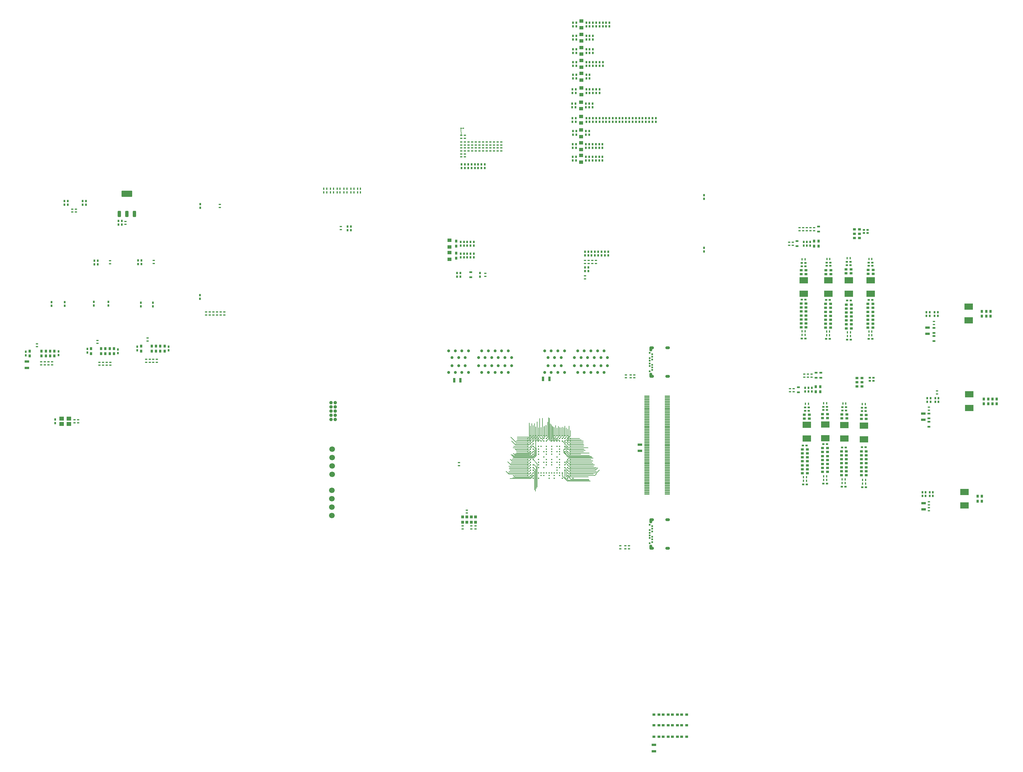
<source format=gbl>
%FSLAX46Y46*%
%MOMM*%
%ADD10C,0.127000*%
%AMPS52*
4,1,4,
0.450000,-0.649996,
-0.450000,-0.649996,
-0.450000,0.000004,
0.450000,0.000004,
0.450000,-0.649996,
0
*
1,1,0.900000,0.000000,0.000004*
1,1,0.900000,0.000000,-0.649996*
4,1,4,
0.500000,0.450004,
0.500000,-0.449996,
0.000000,-0.449996,
0.000000,0.450004,
0.500000,0.450004,
0
*
1,1,0.900000,0.000000,0.000004*
1,1,0.900000,0.500000,0.000004*
%
%ADD52PS52*%
%AMPS34*
4,1,4,
0.450000,-0.649996,
-0.450000,-0.649996,
-0.450000,0.000004,
0.450000,0.000004,
0.450000,-0.649996,
0
*
1,1,0.900000,0.000000,0.000004*
1,1,0.900000,0.000000,-0.649996*
4,1,4,
0.500000,0.450004,
0.500000,-0.449996,
0.000000,-0.449996,
0.000000,0.450004,
0.500000,0.450004,
0
*
1,1,0.900000,0.000000,0.000004*
1,1,0.900000,0.500000,0.000004*
%
%ADD34PS34*%
%AMPS62*
1,1,1.066800,0.000000,0.000000*
%
%ADD62PS62*%
%AMPS60*
1,1,1.066800,0.000000,0.000000*
%
%ADD60PS60*%
%AMPS56*
1,1,1.700000,0.000000,0.000000*
%
%ADD56PS56*%
%AMPS29*
1,1,0.600000,0.000000,0.000000*
%
%ADD29PS29*%
%AMPS33*
1,1,0.600000,0.000000,0.000000*
%
%ADD33PS33*%
%AMPS30*
1,1,0.600000,0.000000,0.000000*
%
%ADD30PS30*%
%AMPS55*
1,1,1.700000,0.000000,0.000000*
%
%ADD55PS55*%
%AMPS61*
1,1,1.066800,0.000000,0.000000*
%
%ADD61PS61*%
%AMPS40*
1,1,0.900000,0.000000,0.000000*
%
%ADD40PS40*%
%AMPS42*
1,1,0.900000,0.000000,0.000000*
%
%ADD42PS42*%
%AMPS44*
1,1,0.900000,0.000000,0.000000*
%
%ADD44PS44*%
%AMPS41*
1,1,0.900000,0.000000,0.000000*
%
%ADD41PS41*%
%AMPS51*
1,1,0.600000,0.000000,0.000000*
%
%ADD51PS51*%
%AMPS57*
1,1,1.700000,0.000000,0.000000*
%
%ADD57PS57*%
%AMPS38*
1,1,0.900000,0.000000,0.000000*
%
%ADD38PS38*%
%AMPS39*
1,1,0.900000,0.000000,0.000000*
%
%ADD39PS39*%
%AMPS64*
1,1,1.066800,0.000000,0.000000*
%
%ADD64PS64*%
%AMPS46*
1,1,0.900000,0.000000,0.000000*
%
%ADD46PS46*%
%AMPS47*
1,1,0.900000,0.000000,0.000000*
%
%ADD47PS47*%
%AMPS35*
1,1,0.600000,0.000000,0.000000*
%
%ADD35PS35*%
%AMPS65*
1,1,0.900000,0.000000,0.000000*
%
%ADD65PS65*%
%AMPS48*
1,1,0.900000,0.000000,0.000000*
%
%ADD48PS48*%
%AMPS43*
1,1,0.900000,0.000000,0.000000*
%
%ADD43PS43*%
%AMPS45*
1,1,0.900000,0.000000,0.000000*
%
%ADD45PS45*%
%AMPS31*
1,1,0.600000,0.000000,0.000000*
%
%ADD31PS31*%
%AMPS63*
1,1,1.066800,0.000000,0.000000*
%
%ADD63PS63*%
%AMPS20*
21,1,0.600000,0.500000,0.000000,0.000000,360.000000*
%
%ADD20PS20*%
%AMPS13*
21,1,0.600000,0.500000,0.000000,0.000000,270.000000*
%
%ADD13PS13*%
%AMPS22*
21,1,0.600000,0.500000,0.000000,0.000000,90.000000*
%
%ADD22PS22*%
%AMPS54*
21,1,1.400000,1.200000,0.000000,0.000000,360.000000*
%
%ADD54PS54*%
%AMPS26*
21,1,0.800000,0.800000,0.000000,0.000000,270.000000*
%
%ADD26PS26*%
%AMPS21*
21,1,1.000000,1.250000,0.000000,0.000000,270.000000*
%
%ADD21PS21*%
%AMPS15*
21,1,0.800000,0.750000,0.000000,0.000000,360.000000*
%
%ADD15PS15*%
%AMPS17*
21,1,0.800000,0.750000,0.000000,0.000000,270.000000*
%
%ADD17PS17*%
%AMPS27*
21,1,0.800000,0.750000,0.000000,0.000000,90.000000*
%
%ADD27PS27*%
%AMPS14*
21,1,0.400000,0.600000,0.000000,0.000000,360.000000*
%
%ADD14PS14*%
%AMPS12*
21,1,0.400000,0.600000,0.000000,0.000000,270.000000*
%
%ADD12PS12*%
%AMPS16*
21,1,0.400000,0.600000,0.000000,0.000000,90.000000*
%
%ADD16PS16*%
%AMPS23*
21,1,1.900000,2.500000,0.000000,0.000000,270.000000*
%
%ADD23PS23*%
%AMPS11*
21,1,0.700000,1.300000,0.000000,0.000000,270.000000*
%
%ADD11PS11*%
%AMPS37*
21,1,0.700000,1.300000,0.000000,0.000000,180.000000*
%
%ADD37PS37*%
%AMPS25*
21,1,0.700000,1.300000,0.000000,0.000000,90.000000*
%
%ADD25PS25*%
%AMPS18*
21,1,0.304800,1.447800,0.000000,0.000000,270.000000*
%
%ADD18PS18*%
%AMPS24*
21,1,0.500000,0.900000,0.000000,0.000000,270.000000*
%
%ADD24PS24*%
%AMPS19*
21,1,0.500000,0.900000,0.000000,0.000000,90.000000*
%
%ADD19PS19*%
%AMPS71*
1,1,0.450000,0.000000,0.000000*
%
%ADD71PS71*%
%AMPS69*
1,1,0.450000,0.000000,0.000000*
%
%ADD69PS69*%
%AMPS67*
1,1,0.450000,0.000000,0.000000*
%
%ADD67PS67*%
%AMPS66*
1,1,0.450000,0.000000,0.000000*
%
%ADD66PS66*%
%AMPS70*
1,1,0.450000,0.000000,0.000000*
%
%ADD70PS70*%
%AMPS68*
1,1,0.450000,0.000000,0.000000*
%
%ADD68PS68*%
%AMPS36*
21,1,0.500000,0.900000,0.000000,0.000000,180.000000*
1,1,0.900000,-0.250000,0.000000*
1,1,0.900000,0.250000,0.000000*
%
%ADD36PS36*%
%AMPS53*
21,1,0.500000,0.900000,0.000000,0.000000,180.000000*
1,1,0.900000,-0.250000,0.000000*
1,1,0.900000,0.250000,0.000000*
%
%ADD53PS53*%
%AMPS49*
21,1,0.500000,0.900000,0.000000,0.000000,180.000000*
1,1,0.900000,-0.250000,0.000000*
1,1,0.900000,0.250000,0.000000*
%
%ADD49PS49*%
%AMPS28*
21,1,0.500000,0.900000,0.000000,0.000000,180.000000*
1,1,0.900000,-0.250000,0.000000*
1,1,0.900000,0.250000,0.000000*
%
%ADD28PS28*%
%AMPS59*
1,1,0.500000,1.375000,0.700000*
1,1,0.500000,-1.375000,-0.700000*
1,1,0.500000,1.375000,-0.700000*
21,1,3.250000,1.400000,0.000000,0.000000,180.000000*
21,1,2.750000,1.900000,0.000000,0.000000,180.000000*
1,1,0.500000,-1.375000,0.700000*
%
%ADD59PS59*%
%AMPS58*
1,1,0.400000,-0.275000,-0.750000*
1,1,0.400000,0.275000,0.750000*
1,1,0.400000,-0.275000,0.750000*
21,1,0.950000,1.500000,0.000000,0.000000,360.000000*
21,1,0.550000,1.900000,0.000000,0.000000,360.000000*
1,1,0.400000,0.275000,-0.750000*
%
%ADD58PS58*%
%AMPS32*
4,1,4,
0.450000,0.000000,
-0.450000,0.000000,
-0.450000,0.650000,
0.450000,0.650000,
0.450000,0.000000,
0
*
1,1,0.900000,0.000000,0.650000*
1,1,0.900000,0.000000,0.000000*
4,1,4,
0.500000,0.450000,
0.500000,-0.450000,
0.000000,-0.450000,
0.000000,0.450000,
0.500000,0.450000,
0
*
1,1,0.900000,0.000000,0.000000*
1,1,0.900000,0.500000,0.000000*
%
%ADD32PS32*%
%AMPS50*
4,1,4,
0.450000,0.000000,
-0.450000,0.000000,
-0.450000,0.650000,
0.450000,0.650000,
0.450000,0.000000,
0
*
1,1,0.900000,0.000000,0.650000*
1,1,0.900000,0.000000,0.000000*
4,1,4,
0.500000,0.450000,
0.500000,-0.450000,
0.000000,-0.450000,
0.000000,0.450000,
0.500000,0.450000,
0
*
1,1,0.900000,0.000000,0.000000*
1,1,0.900000,0.500000,0.000000*
%
%ADD50PS50*%
G01*
G01*
%LPD*%
D10*
X13878469Y-2951531D02*
X21208469Y-2951531D01*
D10*
X2639501Y-8381761D02*
X2177751Y-8843511D01*
D10*
X1890000Y-990000D02*
X1890000Y-1131262D01*
D10*
X2240000Y-4190000D02*
X1839501Y-4590499D01*
D10*
X10240000Y3010000D02*
X10639501Y3409501D01*
D10*
X1440000Y-4990000D02*
X-3719224Y-4990000D01*
D10*
X1839501Y-6190499D02*
X-4234501Y-6190499D01*
D10*
X3358198Y-4990000D02*
X3986489Y-5618291D01*
D10*
X12640000Y1410000D02*
X13039501Y1010499D01*
D10*
X10048239Y2610499D02*
X9839501Y2819237D01*
D10*
X3040000Y-8340486D02*
X2282965Y-9097521D01*
D10*
X13440000Y-3390000D02*
X13878469Y-2951531D01*
D10*
X2848239Y3410499D02*
X2639501Y3619237D01*
D10*
X3715000Y-12965000D02*
X3715000Y-6465000D01*
D10*
X3040000Y-8190000D02*
X3040000Y-8340486D01*
D10*
X-2093725Y1809501D02*
X-3685000Y3400776D01*
D10*
X13040499Y763D02*
X13040499Y-1181761D01*
D10*
X6240000Y3385000D02*
X6265499Y3410499D01*
D10*
X14240000Y-3390000D02*
X20565000Y-3390000D01*
D10*
X13508738Y-9650000D02*
X19999224Y-9650000D01*
D10*
X13440000Y-6590000D02*
X13840000Y-6990000D01*
D10*
X13040499Y-1181761D02*
X14048239Y-2189501D01*
D10*
X10089514Y2210000D02*
X9690013Y2609501D01*
D10*
X13039501Y419237D02*
X13249237Y209501D01*
D10*
X10240000Y3810000D02*
X10240000Y6235000D01*
D10*
X4640000Y3218738D02*
X4239501Y3619237D01*
D10*
X3188178Y-2951530D02*
X-3098470Y-2951530D01*
D10*
X13865000Y3643738D02*
X13865000Y6760000D01*
D10*
X13039501Y-3999237D02*
X13248239Y-3790499D01*
D10*
X3440000Y3201262D02*
X3230763Y3410499D01*
D10*
X3040000Y-190000D02*
X3439501Y-589501D01*
D10*
X1839501Y1327699D02*
X1839501Y1218239D01*
D10*
X1990985Y3409501D02*
X1840499Y3559987D01*
D10*
X14240000Y-1790000D02*
X17465000Y-1790000D01*
D10*
X13839501Y2818239D02*
X13839501Y3259015D01*
D10*
X8981249Y3260013D02*
X8786489Y3454773D01*
D10*
X6240000Y3810000D02*
X6240000Y6610000D01*
D10*
X1440000Y-7390000D02*
X-4360000Y-7390000D01*
D10*
X1839501Y3201761D02*
X1631761Y3409501D01*
D10*
X4239501Y3201761D02*
X4030763Y3410499D01*
D10*
X9440000Y3810000D02*
X9440000Y6385000D01*
D10*
X4640000Y3010000D02*
X4640000Y3218738D01*
D10*
X1440000Y610000D02*
X-2910000Y610000D01*
D10*
X13440000Y-190000D02*
X13648738Y-190000D01*
D10*
X-18800000Y96800000D02*
X-18000000Y96800000D01*
D10*
X3040000Y-4990000D02*
X3358198Y-4990000D01*
D10*
X2240000Y-3390000D02*
X1840499Y-3789501D01*
D10*
X13839501Y-1389501D02*
X20000499Y-1389501D01*
D10*
X2640499Y-2189501D02*
X-2610499Y-2189501D01*
D10*
X3230763Y3410499D02*
X2848239Y3410499D01*
D10*
X6265499Y3410499D02*
X6440499Y3410499D01*
D10*
X1921802Y1410000D02*
X1839501Y1327699D01*
D10*
X13440000Y-4990000D02*
X13839501Y-5389501D01*
D10*
X12640000Y-6590000D02*
X12640000Y-8390000D01*
D10*
X13440000Y3328198D02*
X13549460Y3328198D01*
D10*
X2240000Y-6590000D02*
X1840499Y-6989501D01*
D10*
X1631761Y1010499D02*
X-2244723Y1010499D01*
D10*
X1839501Y-4590499D02*
X-3759501Y-4590499D01*
D10*
X1736975Y-1643511D02*
X-2431489Y-1643511D01*
D10*
X3439501Y-1981761D02*
X2977751Y-2443511D01*
D10*
X2721802Y3010000D02*
X2639501Y3092301D01*
D10*
X9839501Y2819237D02*
X9839501Y6984501D01*
D10*
X3840000Y3810000D02*
X3840000Y6535000D01*
D10*
X3082965Y-2697521D02*
X-2820928Y-2697520D01*
D10*
X1839501Y1218239D02*
X1631761Y1010499D01*
D10*
X1440000Y2210000D02*
X-2135000Y2210000D01*
D10*
X9440000Y3328198D02*
X9330540Y3328198D01*
D10*
X3040000Y3810000D02*
X3040000Y4128198D01*
D10*
X9690013Y2609501D02*
X9190985Y2609501D01*
D10*
X1842189Y-1897521D02*
X-2536703Y-1897521D01*
D10*
X12240499Y-1267921D02*
X13670099Y-2697521D01*
D10*
X2240000Y-7390000D02*
X1840499Y-7789501D01*
D10*
X2240000Y3810000D02*
X2240000Y4128198D01*
D10*
X11040000Y2210000D02*
X10639501Y2610499D01*
D10*
X3986489Y-5618291D02*
X3986489Y-12086489D01*
D10*
X11840000Y3010000D02*
X12240499Y3410499D01*
D10*
X12321802Y-190000D02*
X12240499Y-271303D01*
D10*
X2431761Y3409501D02*
X1990985Y3409501D01*
D10*
X14240000Y-990000D02*
X14558198Y-990000D01*
D10*
X12240499Y-271303D02*
X12240499Y-1267921D01*
D10*
X10639501Y3409501D02*
X10639501Y6685499D01*
D10*
X3440000Y3010000D02*
X3440000Y3201262D01*
D10*
X3439501Y3619237D02*
X3439501Y7585499D01*
D10*
X8831761Y2609501D02*
X8449237Y2609501D01*
D10*
X4239501Y2835499D02*
X4239501Y3201761D01*
D10*
X14489015Y-9389501D02*
X19900499Y-9389501D01*
D10*
X13440000Y2210000D02*
X13648738Y2210000D01*
D10*
X2177751Y-8843511D02*
X-3106489Y-8843511D01*
D10*
X3840000Y2210000D02*
X3840000Y169224D01*
D10*
X4030763Y2610499D02*
X2047241Y2610499D01*
D10*
X11040000Y3810000D02*
X11040000Y6360000D01*
D10*
X2240000Y-4990000D02*
X1840499Y-5389501D01*
D10*
X-2544723Y-8589501D02*
X-3060000Y-8074224D01*
D10*
X13440000Y-4190000D02*
X13839501Y-4589501D01*
D10*
X12640000Y-4990000D02*
X13039501Y-4590499D01*
D10*
X14240000Y-7390000D02*
X22149224Y-7390000D01*
D10*
X2431761Y210499D02*
X-3085499Y210499D01*
D10*
X1839501Y2210499D02*
X1839501Y2401761D01*
D10*
X2639501Y3092301D02*
X2639501Y3160499D01*
D10*
X13840000Y-6990000D02*
X22190000Y-6990000D01*
D10*
X13440000Y-990000D02*
X13839501Y-1389501D01*
D10*
X2639501Y1809501D02*
X-2093725Y1809501D01*
D10*
X2240000Y1410000D02*
X1921802Y1410000D01*
D10*
X13840499Y1009501D02*
X18364501Y1009501D01*
D10*
X5839501Y2610499D02*
X5839501Y9210499D01*
D10*
X4640000Y2210000D02*
X4431262Y2210000D01*
D10*
X13248239Y-3790499D02*
X21080499Y-3790499D01*
D10*
X8449237Y2609501D02*
X8240499Y2818239D01*
D10*
X13630763Y2609501D02*
X13839501Y2818239D01*
D10*
X12640000Y-5790000D02*
X13039501Y-6189501D01*
D10*
X5440000Y3810000D02*
X5440000Y6410000D01*
D10*
X3040000Y4128198D02*
X3040000Y6960000D01*
D10*
X4240499Y-11615499D02*
X4240499Y-4590499D01*
D10*
X3439501Y-6989501D02*
X3040000Y-6590000D01*
D10*
X12640000Y-1308198D02*
X13775313Y-2443511D01*
D10*
X13839501Y-5389501D02*
X21315499Y-5389501D01*
D10*
X3040000Y-1790000D02*
X2640499Y-2189501D01*
D10*
X7040000Y3010000D02*
X7464501Y3434501D01*
D10*
X1440000Y-8190000D02*
X-2585000Y-8190000D01*
D10*
X14240000Y-5790000D02*
X22215000Y-5790000D01*
D10*
X6240000Y2210000D02*
X5839501Y2610499D01*
D10*
X2639501Y-7790499D02*
X2639501Y-8381761D01*
D10*
X3040000Y-990000D02*
X2639501Y-1390499D01*
D10*
X1840499Y-5389501D02*
X-4285499Y-5389501D01*
D10*
X12640000Y401262D02*
X13040499Y763D01*
D10*
X12640000Y-8781262D02*
X13508738Y-9650000D01*
D10*
X1989987Y-1390499D02*
X1736975Y-1643511D01*
D10*
X8640000Y2210000D02*
X8321802Y2210000D01*
D10*
X1440000Y-3390000D02*
X-3410000Y-3390000D01*
D10*
X7040000Y3010000D02*
X7040000Y3085000D01*
D10*
X12239501Y1810499D02*
X18214501Y1810499D01*
D10*
X6240000Y3010000D02*
X6240000Y3385000D01*
D10*
X1840499Y-3789501D02*
X-3369723Y-3789501D01*
D10*
X10240000Y2210000D02*
X10089514Y2210000D01*
D10*
X11040000Y3010000D02*
X11439501Y3409501D01*
D10*
X8786489Y3454773D02*
X8786489Y6806489D01*
D10*
X1440000Y-6590000D02*
X-3985000Y-6590000D01*
D10*
X1440000Y-5790000D02*
X-4185000Y-5790000D01*
D10*
X2977751Y-2443511D02*
X-2715713Y-2443511D01*
D10*
X1949710Y-1790000D02*
X1842189Y-1897521D01*
D10*
X1440000Y1410000D02*
X-2285000Y1410000D01*
D10*
X-3369723Y-3789501D02*
X-3910000Y-3249224D01*
D10*
X7732479Y2902479D02*
X7732479Y9377479D01*
D10*
X2240000Y2210000D02*
X2031262Y2210000D01*
D10*
X-2715713Y-2443511D02*
X-3235000Y-1924224D01*
D10*
X3040000Y3010000D02*
X2721802Y3010000D01*
D10*
X2240000Y4128198D02*
X2240000Y6760000D01*
D10*
X22149224Y-7390000D02*
X23090000Y-6449224D01*
D10*
X14240000Y3010000D02*
X17090000Y3010000D01*
D10*
X14240000Y-4990000D02*
X21590000Y-4990000D01*
D10*
X2240000Y-1790000D02*
X1949710Y-1790000D01*
D10*
X2240000Y-990000D02*
X1890000Y-990000D01*
D10*
X9330540Y3328198D02*
X9040499Y3618239D01*
D10*
X3648239Y3410499D02*
X3439501Y3619237D01*
D10*
X7040000Y2210000D02*
X7732479Y2902479D01*
D10*
X2639501Y418239D02*
X2431761Y210499D01*
D10*
X3947520Y-2192190D02*
X3188178Y-2951530D01*
D10*
X8532479Y3267521D02*
X8532479Y7202479D01*
D10*
X4239501Y3619237D02*
X4239501Y8035499D01*
D10*
X6639501Y3609501D02*
X6639501Y6835499D01*
D10*
X-2244723Y1010499D02*
X-3460000Y2225776D01*
D10*
X2639501Y3201761D02*
X2431761Y3409501D01*
D10*
X13039501Y3409501D02*
X13039501Y6209501D01*
D10*
X13670099Y-2697521D02*
X20872479Y-2697521D01*
D10*
X13648738Y2210000D02*
X14048738Y2610000D01*
D10*
X13440000Y-8190000D02*
X13648738Y-8190000D01*
D10*
X12640000Y3010000D02*
X13039501Y3409501D01*
D10*
X14240000Y610000D02*
X18290000Y610000D01*
D10*
X4240499Y-4590499D02*
X3040000Y-3390000D01*
D10*
X1440000Y-4190000D02*
X-3535000Y-4190000D01*
D10*
X13839501Y-6189501D02*
X21914501Y-6189501D01*
D10*
X12640000Y3810000D02*
X12640000Y6760000D01*
D10*
X14048239Y-2189501D02*
X20100499Y-2189501D01*
D10*
X13549460Y3328198D02*
X13865000Y3643738D01*
D10*
X7464501Y3434501D02*
X7464501Y8010499D01*
D10*
X13249237Y209501D02*
X19649501Y209501D01*
D10*
X2240000Y-5790000D02*
X1839501Y-6190499D01*
D10*
X8015000Y2516802D02*
X7986489Y2545313D01*
D10*
X2639501Y3619237D02*
X2639501Y7534501D01*
D10*
X12640000Y610000D02*
X12640000Y401262D01*
D10*
X1440000Y-190000D02*
X-2085000Y-190000D01*
D10*
X13039501Y-6189501D02*
X13039501Y-8380763D01*
D10*
X1840499Y-6989501D02*
X-4285499Y-6989501D01*
D10*
X2639501Y3160499D02*
X2639501Y3201761D01*
D10*
X13403524Y-9904010D02*
X20325990Y-9904010D01*
D10*
X13648738Y-190000D02*
X14048239Y-589501D01*
D10*
X8640000Y3160000D02*
X8532479Y3267521D01*
D10*
X5039501Y2610499D02*
X4448239Y2610499D01*
D10*
X9040499Y3618239D02*
X9040499Y6560499D01*
D10*
X8240499Y2818239D02*
X8240499Y7460499D01*
D10*
X8640000Y3010000D02*
X8640000Y3160000D01*
D10*
X14558198Y-990000D02*
X18290000Y-990000D01*
D10*
X3439501Y-12465499D02*
X3439501Y-6989501D01*
D10*
X5440000Y2210000D02*
X5039501Y2610499D01*
D10*
X14240000Y-190000D02*
X14558198Y-190000D01*
D10*
X2240000Y-8190000D02*
X1840499Y-8589501D01*
D10*
X1890000Y-1131262D02*
X1631761Y-1389501D01*
D10*
X1840499Y3559987D02*
X1840499Y7760499D01*
D10*
X1440000Y3010000D02*
X-1760000Y3010000D01*
D10*
X13039501Y-4590499D02*
X13039501Y-3999237D01*
D10*
X13039501Y1010499D02*
X13039501Y419237D01*
D10*
X-3719224Y-4990000D02*
X-4669224Y-4040000D01*
D10*
X3693511Y-43511D02*
X3693511Y-2086975D01*
D10*
X1840499Y-8589501D02*
X-2544723Y-8589501D01*
D10*
X13839501Y-7789501D02*
X21265499Y-7789501D01*
D10*
X1840499Y-7789501D02*
X-4319723Y-7789501D01*
D10*
X-4319723Y-7789501D02*
X-5185000Y-6924224D01*
D10*
X3947521Y61703D02*
X3947520Y-2192190D01*
D10*
X3693511Y-2086975D02*
X3082965Y-2697521D01*
D10*
X1631761Y-1389501D02*
X-2010499Y-1389501D01*
D10*
X14240000Y-6590000D02*
X21873226Y-6590000D01*
D10*
X9039501Y3260013D02*
X8981249Y3260013D01*
D10*
X7040000Y6794224D02*
X6893511Y6940713D01*
D10*
X-2820928Y-2697520D02*
X-3660000Y-1858448D01*
D10*
X11439501Y3409501D02*
X11439501Y6259501D01*
D10*
X14240000Y-4190000D02*
X20840000Y-4190000D01*
D10*
X-18700000Y94650000D02*
X-18800000Y96800000D01*
D10*
X14340000Y3759514D02*
X14340000Y5485000D01*
D10*
X4030763Y3410499D02*
X3648239Y3410499D01*
D10*
X13839501Y3259015D02*
X14340000Y3759514D01*
D10*
X9039501Y2760985D02*
X9039501Y3260013D01*
D10*
X9231262Y2210000D02*
X8831761Y2609501D01*
D10*
X11840000Y-7390000D02*
X11840000Y-8308448D01*
D10*
X11840000Y2210000D02*
X12239501Y1810499D01*
D10*
X12640000Y-990000D02*
X12640000Y-1308198D01*
D10*
X1631761Y2609501D02*
X-1735499Y2609501D01*
D10*
X-2536703Y-1897521D02*
X-2960000Y-1474224D01*
D10*
X12640000Y2210000D02*
X13039501Y2609501D01*
D10*
X12240499Y3410499D02*
X12240499Y6309501D01*
D10*
X13039501Y2609501D02*
X13630763Y2609501D01*
D10*
X12640000Y-190000D02*
X12321802Y-190000D01*
D10*
X1631761Y3409501D02*
X-1760499Y3409501D01*
D10*
X3040000Y-7390000D02*
X2639501Y-7790499D01*
D10*
X14431262Y2610000D02*
X17590000Y2610000D01*
D10*
X3439501Y-589501D02*
X3439501Y-1981761D01*
D10*
X2031262Y2210000D02*
X1840000Y2210000D01*
D10*
X14048239Y-589501D02*
X18815499Y-589501D01*
D10*
X13249237Y-8590499D02*
X13690013Y-8590499D01*
D10*
X13690013Y-8590499D02*
X14489015Y-9389501D01*
D10*
X13648738Y-8190000D02*
X14049237Y-8590499D01*
D10*
X9440000Y2210000D02*
X9231262Y2210000D01*
D10*
X2639501Y1009501D02*
X2639501Y418239D01*
D10*
X10639501Y2610499D02*
X10048239Y2610499D01*
D10*
X1440000Y-990000D02*
X-2035000Y-990000D01*
D10*
X4448239Y2626761D02*
X4239501Y2835499D01*
D10*
X12640000Y-8390000D02*
X12640000Y-8781262D01*
D10*
X14048738Y2610000D02*
X14431262Y2610000D01*
D10*
X14049237Y-8590499D02*
X19749501Y-8590499D01*
D10*
X1840499Y-589501D02*
X-2044723Y-589501D01*
D10*
X13839501Y-4589501D02*
X21190499Y-4589501D01*
D10*
X7986489Y2545313D02*
X7986489Y9131489D01*
D10*
X-2044723Y-589501D02*
X-2485000Y-149224D01*
D10*
X3840000Y169224D02*
X3947521Y61703D01*
D10*
X6440499Y3410499D02*
X6639501Y3609501D01*
D10*
X13440000Y3810000D02*
X13440000Y5835000D01*
D10*
X13440000Y-7390000D02*
X13839501Y-7789501D01*
D10*
X13440000Y3010000D02*
X13440000Y3328198D01*
D10*
X3040000Y610000D02*
X3693511Y-43511D01*
D10*
X3040000Y2210000D02*
X2639501Y1809501D01*
D10*
X21873226Y-6590000D02*
X22640000Y-5823226D01*
D10*
X5440000Y3010000D02*
X5039501Y3410499D01*
D10*
X4448239Y2610499D02*
X4448239Y2626761D01*
D10*
X1839501Y2818239D02*
X1839501Y3201761D01*
D10*
X14558198Y-190000D02*
X18415000Y-190000D01*
D10*
X13039501Y-8380763D02*
X13249237Y-8590499D01*
D10*
X11840000Y3810000D02*
X11840000Y6460000D01*
D10*
X1840000Y2210000D02*
X1839501Y2210499D01*
D10*
X4431262Y2210000D02*
X4030763Y2610499D01*
D10*
X3715000Y-6465000D02*
X3040000Y-5790000D01*
D10*
X14240000Y2210000D02*
X18240000Y2210000D01*
D10*
X9190985Y2609501D02*
X9039501Y2760985D01*
D10*
X14240000Y1410000D02*
X18215000Y1410000D01*
D10*
X2047241Y2610499D02*
X1839501Y2818239D01*
D10*
X2639501Y-1390499D02*
X1989987Y-1390499D01*
D10*
X2282965Y-9097521D02*
X-3977479Y-9097521D01*
D10*
X3040000Y1410000D02*
X2639501Y1009501D01*
D10*
X13775313Y-2443511D02*
X20696489Y-2443511D01*
D10*
X8321802Y2210000D02*
X8015000Y2516802D01*
D10*
X11840000Y-8308448D02*
X11840000Y-8340486D01*
D10*
X9440000Y3010000D02*
X9440000Y3328198D01*
D10*
X1839501Y2401761D02*
X1631761Y2609501D01*
D10*
X21708448Y-8190000D02*
X22283448Y-7615000D01*
D10*
X2240000Y-190000D02*
X1840499Y-589501D01*
D10*
X4640000Y3810000D02*
X4640000Y6335000D01*
D10*
X5039501Y3410499D02*
X5039501Y9060499D01*
D10*
X13440000Y-5790000D02*
X13839501Y-6189501D01*
D10*
X3840000Y3010000D02*
X3440000Y3010000D01*
D10*
X7040000Y3810000D02*
X7040000Y6794224D01*
D10*
X11840000Y-8340486D02*
X13403524Y-9904010D01*
D10*
X13440000Y1410000D02*
X13840499Y1009501D01*
D10*
X14240000Y-8190000D02*
X21708448Y-8190000D01*
G75*
D11*
X-150000000Y24350000D03*
D11*
X-150000000Y26250000D03*
D12*
X86100000Y21550000D03*
D12*
X86100000Y22450000D03*
D12*
X-9900000Y89950000D03*
D12*
X-9900000Y90850000D03*
D13*
X16100000Y124750000D03*
D13*
X16100000Y123650000D03*
D14*
X-59350000Y77400000D03*
D14*
X-60250000Y77400000D03*
D15*
X102250000Y-2100000D03*
D15*
X103750000Y-2100000D03*
D13*
X22000000Y88150000D03*
D13*
X22000000Y87050000D03*
D13*
X85300000Y18350000D03*
D13*
X85300000Y17250000D03*
D13*
X20000000Y104250000D03*
D13*
X20000000Y103150000D03*
D16*
X-95800000Y41250000D03*
D16*
X-95800000Y40350000D03*
D13*
X19000000Y88150000D03*
D13*
X19000000Y87050000D03*
D14*
X97350000Y-9400000D03*
D14*
X96450000Y-9400000D03*
D17*
X88000000Y62650000D03*
D17*
X88000000Y61150000D03*
D13*
X15000000Y88150000D03*
D13*
X15000000Y87050000D03*
D17*
X-111000000Y30950000D03*
D17*
X-111000000Y29450000D03*
D13*
X86300000Y18350000D03*
D13*
X86300000Y17250000D03*
D12*
X85000000Y21550000D03*
D12*
X85000000Y22450000D03*
D18*
X37413900Y15260800D03*
D18*
X37413900Y-6255500D03*
D18*
X43586100Y-7756700D03*
D18*
X37413900Y-11259300D03*
D18*
X43586100Y7254800D03*
D18*
X43586100Y-1251700D03*
D18*
X43586100Y10757400D03*
D18*
X37413900Y-250900D03*
D18*
X43586100Y13259300D03*
D18*
X43586100Y-6755900D03*
D18*
X37413900Y12759000D03*
D18*
X43586100Y-9758200D03*
D18*
X37413900Y-4754300D03*
D18*
X37413900Y-6755900D03*
D18*
X37413900Y-3753600D03*
D18*
X43586100Y4252500D03*
D18*
X43586100Y-5755100D03*
D18*
X43586100Y13759700D03*
D18*
X37413900Y13259300D03*
D18*
X43586100Y-10758900D03*
D18*
X37413900Y11758200D03*
D18*
X43586100Y-5254700D03*
D18*
X43586100Y5253300D03*
D18*
X37413900Y-4253900D03*
D18*
X37413900Y-2752800D03*
D18*
X43586100Y-4253900D03*
D18*
X37413900Y-8257000D03*
D18*
X43586100Y4752900D03*
D18*
X37413900Y14260100D03*
D18*
X43586100Y-3253200D03*
D18*
X43586100Y12258600D03*
D18*
X37413900Y249400D03*
D18*
X37413900Y-751300D03*
D18*
X43586100Y7755200D03*
D18*
X43586100Y10257000D03*
D18*
X43586100Y-7256299D03*
D18*
X37413900Y8755900D03*
D18*
X37413900Y5253300D03*
D18*
X43586100Y9256299D03*
D18*
X43586100Y-2752800D03*
D18*
X37413900Y3752200D03*
D18*
X43586100Y-10258500D03*
D18*
X37413900Y-12760400D03*
D18*
X43586100Y-13260800D03*
D18*
X43586100Y5753700D03*
D18*
X37413900Y8255500D03*
D18*
X43586100Y-3753600D03*
D18*
X37413900Y749801D03*
D18*
X43586100Y-1752100D03*
D18*
X37413900Y-7756700D03*
D18*
X43586100Y-751300D03*
D18*
X37413900Y5753700D03*
D18*
X37413900Y1250199D03*
D18*
X37413900Y2751400D03*
D18*
X37413900Y-10758900D03*
D18*
X43586100Y2751400D03*
D18*
X43586100Y11758200D03*
D18*
X43586100Y-4754300D03*
D18*
X43586100Y-12760400D03*
D18*
X43586100Y-2252400D03*
D18*
X37413900Y9756700D03*
D18*
X37413900Y-7256299D03*
D18*
X43586100Y749801D03*
D18*
X37413900Y-2252400D03*
D18*
X37413900Y4752900D03*
D18*
X43586100Y15761200D03*
D18*
X37413900Y-5755100D03*
D18*
X37413900Y9256299D03*
D18*
X37413900Y6254000D03*
D18*
X37413900Y7755200D03*
D18*
X43586100Y9756700D03*
D18*
X43586100Y6754400D03*
D18*
X43586100Y1750600D03*
D18*
X43586100Y8755900D03*
D18*
X43586100Y3752200D03*
D18*
X37413900Y-9257800D03*
D18*
X37413900Y4252500D03*
D18*
X43586100Y1250199D03*
D18*
X37413900Y-12260000D03*
D18*
X37413900Y14760500D03*
D18*
X37413900Y-5254700D03*
D18*
X37413900Y15761200D03*
D18*
X43586100Y-11259300D03*
D18*
X43586100Y-8757400D03*
D18*
X37413900Y10257000D03*
D18*
X37413900Y13759700D03*
D18*
X37413900Y7254800D03*
D18*
X37413900Y12258600D03*
D18*
X37413900Y3251800D03*
D18*
X37413900Y-13260800D03*
D18*
X37413900Y-8757400D03*
D18*
X37413900Y6754400D03*
D18*
X37413900Y1750600D03*
D18*
X37413900Y-9758200D03*
D18*
X43586100Y-12260000D03*
D18*
X43586100Y249400D03*
D18*
X43586100Y3251800D03*
D18*
X37413900Y-1251700D03*
D18*
X43586100Y15260800D03*
D18*
X43586100Y-8257000D03*
D18*
X37413900Y10757400D03*
D18*
X43586100Y12759000D03*
D18*
X37413900Y-11759700D03*
D18*
X43586100Y-6255500D03*
D18*
X37413900Y2251000D03*
D18*
X43586100Y14260100D03*
D18*
X37413900Y11257800D03*
D18*
X43586100Y-13761200D03*
D18*
X43586100Y2251000D03*
D18*
X43586100Y11257800D03*
D18*
X43586100Y8255500D03*
D18*
X43586100Y-250900D03*
D18*
X37413900Y-1752100D03*
D18*
X37413900Y-3253200D03*
D18*
X43586100Y6254000D03*
D18*
X43586100Y14760500D03*
D18*
X43586100Y-11759700D03*
D18*
X37413900Y-10258500D03*
D18*
X37413900Y-13761200D03*
D18*
X43586100Y-9257800D03*
D12*
X19799996Y55949994D03*
D12*
X19799996Y56849994D03*
D13*
X16100000Y120650000D03*
D13*
X16100000Y119550000D03*
D13*
X24100000Y128750000D03*
D13*
X24100000Y127650000D03*
D13*
X24700000Y59450000D03*
D13*
X24700000Y58350000D03*
D12*
X80400000Y61450000D03*
D12*
X80400000Y62350000D03*
D13*
X16100000Y116750000D03*
D13*
X16100000Y115650000D03*
D13*
X19100000Y128750000D03*
D13*
X19100000Y127650000D03*
D13*
X20100000Y120650000D03*
D13*
X20100000Y119550000D03*
D12*
X-110700000Y26050000D03*
D12*
X-110700000Y26950000D03*
D19*
X82800000Y62650000D03*
D19*
X82800000Y61150000D03*
D17*
X140600000Y14950000D03*
D17*
X140600000Y13450000D03*
D12*
X31100000Y21350000D03*
D12*
X31100000Y22250000D03*
D12*
X30900000Y-30350000D03*
D12*
X30900000Y-29450000D03*
D14*
X91750000Y13700000D03*
D14*
X90850000Y13700000D03*
D13*
X18700000Y59450000D03*
D13*
X18700000Y58350000D03*
D13*
X24100000Y99850000D03*
D13*
X24100000Y98750000D03*
D12*
X-112900000Y26050000D03*
D12*
X-112900000Y26950000D03*
D15*
X91450000Y43700000D03*
D15*
X92950000Y43700000D03*
D20*
X91650000Y44900000D03*
D20*
X92750000Y44900000D03*
D13*
X14900000Y99850000D03*
D13*
X14900000Y98750000D03*
D12*
X-111700000Y55950000D03*
D12*
X-111700000Y56850000D03*
D13*
X29100000Y99850000D03*
D13*
X29100000Y98750000D03*
D14*
X103550000Y-9500000D03*
D14*
X102650000Y-9500000D03*
D21*
X-22300008Y57200056D03*
D21*
X-22300008Y59200056D03*
D12*
X-124900000Y55850000D03*
D12*
X-124900000Y56750000D03*
D17*
X-123700000Y30150000D03*
D17*
X-123700000Y28650000D03*
D15*
X84450000Y-300000D03*
D15*
X85950000Y-300000D03*
D13*
X15100000Y112950000D03*
D13*
X15100000Y111850000D03*
D13*
X15900000Y99850000D03*
D13*
X15900000Y98750000D03*
D12*
X84700000Y65850000D03*
D12*
X84700000Y66750000D03*
D22*
X-138700000Y73650000D03*
D22*
X-138700000Y74750000D03*
D17*
X140000000Y41450000D03*
D17*
X140000000Y39950000D03*
D12*
X29400000Y-30350000D03*
D12*
X29400000Y-29450000D03*
D20*
X96450000Y300000D03*
D20*
X97550000Y300000D03*
D13*
X37100000Y99850000D03*
D13*
X37100000Y98750000D03*
D14*
X-57350000Y78500000D03*
D14*
X-58250000Y78500000D03*
D13*
X-17900000Y58850000D03*
D13*
X-17900000Y57750000D03*
D20*
X104450000Y56200000D03*
D20*
X105550000Y56200000D03*
D23*
X98500000Y50850000D03*
D23*
X98500000Y46750000D03*
D12*
X-12100000Y91750000D03*
D12*
X-12100000Y92650000D03*
D15*
X96250000Y-2100000D03*
D15*
X97750000Y-2100000D03*
D11*
X121000000Y8650000D03*
D11*
X121000000Y10550000D03*
D13*
X24000000Y91950000D03*
D13*
X24000000Y90850000D03*
D22*
X15800000Y103150000D03*
D22*
X15800000Y104250000D03*
D24*
X83200000Y16950000D03*
D24*
X83200000Y18450000D03*
D15*
X84050000Y53900000D03*
D15*
X85550000Y53900000D03*
D17*
X138700000Y41450000D03*
D17*
X138700000Y39950000D03*
D22*
X-115600000Y42950000D03*
D22*
X-115600000Y44050000D03*
D12*
X-143500000Y25250000D03*
D12*
X-143500000Y26150000D03*
D20*
X97950000Y44700000D03*
D20*
X99050000Y44700000D03*
D13*
X-122500000Y29950000D03*
D13*
X-122500000Y28850000D03*
D21*
X17599992Y127200056D03*
D21*
X17599992Y129200056D03*
D15*
X84050000Y39000000D03*
D15*
X85550000Y39000000D03*
D13*
X25100000Y128750000D03*
D13*
X25100000Y127650000D03*
D15*
X84050000Y41400000D03*
D15*
X85550000Y41400000D03*
D13*
X21100000Y128750000D03*
D13*
X21100000Y127650000D03*
D12*
X-145700000Y25250000D03*
D12*
X-145700000Y26150000D03*
D13*
X20700000Y59450000D03*
D13*
X20700000Y58350000D03*
D14*
X85250000Y34300000D03*
D14*
X84350000Y34300000D03*
D13*
X-16900000Y62450000D03*
D13*
X-16900000Y61350000D03*
D15*
X45150000Y-83700000D03*
D15*
X46650000Y-83700000D03*
D13*
X18700000Y54750000D03*
D13*
X18700000Y53650000D03*
D20*
X84250000Y33200000D03*
D20*
X85350000Y33200000D03*
D15*
X96250000Y-6900000D03*
D15*
X97750000Y-6900000D03*
D12*
X-16500000Y89950000D03*
D12*
X-16500000Y90850000D03*
D14*
X98950000Y34000000D03*
D14*
X98050000Y34000000D03*
D14*
X-53250000Y78500000D03*
D14*
X-54150000Y78500000D03*
D17*
X138700000Y-14450000D03*
D17*
X138700000Y-15950000D03*
D13*
X-141500000Y8750000D03*
D13*
X-141500000Y7650000D03*
D13*
X-18900000Y62450000D03*
D13*
X-18900000Y61350000D03*
D15*
X90550000Y-2300000D03*
D15*
X92050000Y-2300000D03*
D15*
X84050000Y42600000D03*
D15*
X85550000Y42600000D03*
D13*
X19000000Y104250000D03*
D13*
X19000000Y103150000D03*
D13*
X14900000Y108550000D03*
D13*
X14900000Y107450000D03*
D25*
X122300000Y36550000D03*
D25*
X122300000Y34650000D03*
D12*
X-19350000Y-5225000D03*
D12*
X-19350000Y-4325000D03*
D17*
X-109700000Y30950000D03*
D17*
X-109700000Y29450000D03*
D20*
X96550000Y11500000D03*
D20*
X97650000Y11500000D03*
D13*
X-52100000Y67050000D03*
D13*
X-52100000Y65950000D03*
D15*
X96250000Y-4500000D03*
D15*
X97750000Y-4500000D03*
D13*
X20100000Y112950000D03*
D13*
X20100000Y111850000D03*
D15*
X84450000Y-5100000D03*
D15*
X85950000Y-5100000D03*
D13*
X-129800000Y44350000D03*
D13*
X-129800000Y43250000D03*
D15*
X97750000Y41100000D03*
D15*
X99250000Y41100000D03*
D12*
X-8800000Y89950000D03*
D12*
X-8800000Y90850000D03*
D13*
X-116700000Y30750000D03*
D13*
X-116700000Y29650000D03*
D13*
X-115400000Y56850000D03*
D13*
X-115400000Y55750000D03*
D12*
X-128700000Y31750000D03*
D12*
X-128700000Y32650000D03*
D15*
X97750000Y37500000D03*
D15*
X99250000Y37500000D03*
D15*
X84050000Y37800000D03*
D15*
X85550000Y37800000D03*
D20*
X102450000Y12300000D03*
D20*
X103550000Y12300000D03*
D12*
X-144600000Y25250000D03*
D12*
X-144600000Y26150000D03*
D13*
X23700000Y59450000D03*
D13*
X23700000Y58350000D03*
D12*
X-15400000Y91750000D03*
D12*
X-15400000Y92650000D03*
D23*
X105100000Y50850000D03*
D23*
X105100000Y46750000D03*
D13*
X16100000Y112950000D03*
D13*
X16100000Y111850000D03*
D15*
X102250000Y-5700000D03*
D15*
X103750000Y-5700000D03*
D13*
X-18900000Y58850000D03*
D13*
X-18900000Y57750000D03*
D17*
X89300000Y62650000D03*
D17*
X89300000Y61150000D03*
D12*
X-8800000Y91750000D03*
D12*
X-8800000Y92650000D03*
D12*
X-90300000Y40350000D03*
D12*
X-90300000Y41250000D03*
D12*
X-9900000Y91750000D03*
D12*
X-9900000Y92650000D03*
D15*
X39550000Y-80500000D03*
D15*
X41050000Y-80500000D03*
D12*
X-17600000Y91750000D03*
D12*
X-17600000Y92650000D03*
D20*
X104850000Y21400000D03*
D20*
X105950000Y21400000D03*
D13*
X36100000Y99850000D03*
D13*
X36100000Y98750000D03*
D15*
X102250000Y-900000D03*
D15*
X103750000Y-900000D03*
D14*
X103450000Y13400000D03*
D14*
X102550000Y13400000D03*
D13*
X20100000Y116750000D03*
D13*
X20100000Y115650000D03*
D22*
X121700000Y-14350000D03*
D22*
X121700000Y-13250000D03*
D15*
X97750000Y38700000D03*
D15*
X99250000Y38700000D03*
D12*
X-11000000Y91750000D03*
D12*
X-11000000Y92650000D03*
D15*
X100950000Y20000000D03*
D15*
X102450000Y20000000D03*
D15*
X102250000Y-6900000D03*
D15*
X103750000Y-6900000D03*
D15*
X97750000Y39900000D03*
D15*
X99250000Y39900000D03*
D21*
X17499992Y90400056D03*
D21*
X17499992Y92400056D03*
D24*
X122700000Y9050000D03*
D24*
X122700000Y10550000D03*
D12*
X18700000Y51250000D03*
D12*
X18700000Y52150000D03*
D21*
X17499992Y86600056D03*
D21*
X17499992Y88600056D03*
D13*
X19100000Y116750000D03*
D13*
X19100000Y115650000D03*
D12*
X86900000Y65850000D03*
D12*
X86900000Y66750000D03*
D14*
X105450000Y35300000D03*
D14*
X104550000Y35300000D03*
D12*
X-15400000Y89950000D03*
D12*
X-15400000Y90850000D03*
D11*
X39500000Y-91550000D03*
D11*
X39500000Y-89650000D03*
D17*
X-115500000Y30950000D03*
D17*
X-115500000Y29450000D03*
D26*
X-18300000Y-22300000D03*
D26*
X-18300000Y-20700000D03*
D15*
X104250000Y43700000D03*
D15*
X105750000Y43700000D03*
D13*
X-16600000Y85850000D03*
D13*
X-16600000Y84750000D03*
D24*
X124200000Y34950000D03*
D24*
X124200000Y36450000D03*
D20*
X91650000Y33100000D03*
D20*
X92750000Y33100000D03*
D27*
X-143000000Y27950000D03*
D27*
X-143000000Y29450000D03*
D13*
X-11600000Y85850000D03*
D13*
X-11600000Y84750000D03*
D20*
X96350000Y-11600000D03*
D20*
X97450000Y-11600000D03*
D13*
X15900000Y108550000D03*
D13*
X15900000Y107450000D03*
D15*
X104350000Y52800000D03*
D15*
X105850000Y52800000D03*
D17*
X141300000Y41450000D03*
D17*
X141300000Y39950000D03*
D15*
X104350000Y54000000D03*
D15*
X105850000Y54000000D03*
D15*
X42350000Y-87200000D03*
D15*
X43850000Y-87200000D03*
D13*
X-15900000Y58850000D03*
D13*
X-15900000Y57750000D03*
D14*
X-51150000Y78500000D03*
D14*
X-52050000Y78500000D03*
D15*
X91450000Y38900000D03*
D15*
X92950000Y38900000D03*
D12*
X-12100000Y89950000D03*
D12*
X-12100000Y90850000D03*
D13*
X15100000Y116750000D03*
D13*
X15100000Y115650000D03*
D15*
X102250000Y8900000D03*
D15*
X103750000Y8900000D03*
D20*
X90750000Y12600000D03*
D20*
X91850000Y12600000D03*
D14*
X-53250000Y77400000D03*
D14*
X-54150000Y77400000D03*
D23*
X134700000Y42850000D03*
D23*
X134700000Y38750000D03*
D13*
X16000000Y91950000D03*
D13*
X16000000Y90850000D03*
D15*
X84050000Y36600000D03*
D15*
X85550000Y36600000D03*
D17*
X-125000000Y30150000D03*
D17*
X-125000000Y28650000D03*
D13*
X20100000Y108550000D03*
D13*
X20100000Y107450000D03*
D13*
X22100000Y99850000D03*
D13*
X22100000Y98750000D03*
D12*
X-111800000Y26050000D03*
D12*
X-111800000Y26950000D03*
D28*
X43650000Y-21570000D03*
D29*
X38300000Y-26300000D03*
D30*
X39000000Y-26700000D03*
D31*
X39000000Y-28300000D03*
D32*
X38650000Y-30230000D03*
D33*
X39000000Y-25100000D03*
D33*
X38300000Y-25500000D03*
D34*
X38650000Y-21570000D03*
D31*
X38300000Y-27100000D03*
D33*
X39000000Y-23500000D03*
D29*
X38300000Y-24700000D03*
D33*
X39000000Y-27500000D03*
D31*
X39000000Y-24300000D03*
D35*
X38300000Y-23100000D03*
D29*
X38300000Y-28700000D03*
D36*
X43650000Y-30230000D03*
D13*
X19100000Y120650000D03*
D13*
X19100000Y119550000D03*
D12*
X33600000Y21350000D03*
D12*
X33600000Y22250000D03*
D20*
X103050000Y66100000D03*
D20*
X104150000Y66100000D03*
D13*
X-16900000Y58850000D03*
D13*
X-16900000Y57750000D03*
D13*
X-15600000Y85850000D03*
D13*
X-15600000Y84750000D03*
D14*
X105450000Y57300000D03*
D14*
X104550000Y57300000D03*
D12*
X-13200000Y91750000D03*
D12*
X-13200000Y92650000D03*
D19*
X122700000Y8050000D03*
D19*
X122700000Y6550000D03*
D21*
X17499992Y98400056D03*
D21*
X17499992Y100400056D03*
D12*
X-14300000Y89950000D03*
D12*
X-14300000Y90850000D03*
D22*
X122900000Y-14350000D03*
D22*
X122900000Y-13250000D03*
D12*
X-135600000Y7750000D03*
D12*
X-135600000Y8650000D03*
D12*
X-120200000Y67750000D03*
D12*
X-120200000Y68650000D03*
D22*
X-133200000Y73650000D03*
D22*
X-133200000Y74750000D03*
D15*
X97750000Y42300000D03*
D15*
X99250000Y42300000D03*
D12*
X-18700000Y91750000D03*
D12*
X-18700000Y92650000D03*
D20*
X90750000Y1300000D03*
D20*
X91850000Y1300000D03*
D14*
X92650000Y34200000D03*
D14*
X91750000Y34200000D03*
D15*
X84450000Y-7500000D03*
D15*
X85950000Y-7500000D03*
D14*
X-59350000Y78500000D03*
D14*
X-60250000Y78500000D03*
D27*
X-141700000Y27950000D03*
D27*
X-141700000Y29450000D03*
D22*
X124400000Y40050000D03*
D22*
X124400000Y41150000D03*
D15*
X96250000Y-5700000D03*
D15*
X97750000Y-5700000D03*
D13*
X21000000Y91950000D03*
D13*
X21000000Y90850000D03*
D15*
X104250000Y42500000D03*
D15*
X105750000Y42500000D03*
D20*
X91750000Y56200000D03*
D20*
X92850000Y56200000D03*
D13*
X19100000Y124750000D03*
D13*
X19100000Y123650000D03*
D20*
X84250000Y45000000D03*
D20*
X85350000Y45000000D03*
D20*
X90750000Y-10600000D03*
D20*
X91850000Y-10600000D03*
D21*
X17599992Y115300056D03*
D21*
X17599992Y117300056D03*
D22*
X125400000Y40050000D03*
D22*
X125400000Y41150000D03*
D23*
X85770000Y7130000D03*
D23*
X85770000Y3030000D03*
D13*
X21100000Y116750000D03*
D13*
X21100000Y115650000D03*
D15*
X104250000Y41300000D03*
D15*
X105750000Y41300000D03*
D15*
X47950000Y-87200000D03*
D15*
X49450000Y-87200000D03*
D12*
X80700000Y17150000D03*
D12*
X80700000Y18050000D03*
D15*
X104250000Y36500000D03*
D15*
X105750000Y36500000D03*
D16*
X-135200000Y72350000D03*
D16*
X-135200000Y71450000D03*
D20*
X104850000Y20400000D03*
D20*
X105950000Y20400000D03*
D13*
X19100000Y99850000D03*
D13*
X19100000Y98750000D03*
D15*
X97660000Y52930000D03*
D15*
X99160000Y52930000D03*
D12*
X-16500000Y91750000D03*
D12*
X-16500000Y92650000D03*
D20*
X104450000Y33100000D03*
D20*
X105550000Y33100000D03*
D16*
X-94700000Y41250000D03*
D16*
X-94700000Y40350000D03*
D12*
X-124800000Y25150000D03*
D12*
X-124800000Y26050000D03*
D13*
X-18600000Y85850000D03*
D13*
X-18600000Y84750000D03*
D13*
X19000000Y91950000D03*
D13*
X19000000Y90850000D03*
D20*
X104450000Y55200000D03*
D20*
X105550000Y55200000D03*
D19*
X124200000Y33950000D03*
D19*
X124200000Y32450000D03*
D14*
X105450000Y34200000D03*
D14*
X104550000Y34200000D03*
D17*
X-127600000Y30150000D03*
D17*
X-127600000Y28650000D03*
D15*
X42350000Y-80500000D03*
D15*
X43850000Y-80500000D03*
D14*
X91750000Y-8400000D03*
D14*
X90850000Y-8400000D03*
D22*
X54700000Y75450000D03*
D22*
X54700000Y76550000D03*
D13*
X25100000Y99850000D03*
D13*
X25100000Y98750000D03*
D13*
X31100000Y99850000D03*
D13*
X31100000Y98750000D03*
D21*
X-22300008Y60900056D03*
D21*
X-22300008Y62900056D03*
D21*
X17499992Y94300056D03*
D21*
X17499992Y96300056D03*
D14*
X85650000Y-8700000D03*
D14*
X84750000Y-8700000D03*
D15*
X90550000Y9200000D03*
D15*
X92050000Y9200000D03*
D21*
X17599992Y123200056D03*
D21*
X17599992Y125200056D03*
D14*
X91750000Y-9500000D03*
D14*
X90850000Y-9500000D03*
D22*
X123200000Y14050000D03*
D22*
X123200000Y15150000D03*
D13*
X-122300000Y68750000D03*
D13*
X-122300000Y67650000D03*
D13*
X21100000Y99850000D03*
D13*
X21100000Y98750000D03*
D13*
X39100000Y99850000D03*
D13*
X39100000Y98750000D03*
D12*
X-128100000Y25150000D03*
D12*
X-128100000Y26050000D03*
D12*
X-18700000Y89950000D03*
D12*
X-18700000Y90850000D03*
D16*
X81500000Y62350000D03*
D16*
X81500000Y61450000D03*
D13*
X19100000Y108550000D03*
D13*
X19100000Y107450000D03*
D13*
X22100000Y128750000D03*
D13*
X22100000Y127650000D03*
D20*
X104450000Y44900000D03*
D20*
X105550000Y44900000D03*
D14*
X-57350000Y77400000D03*
D14*
X-58250000Y77400000D03*
D12*
X-92500000Y40350000D03*
D12*
X-92500000Y41250000D03*
D13*
X27100000Y99850000D03*
D13*
X27100000Y98750000D03*
D13*
X-12600000Y85850000D03*
D13*
X-12600000Y84750000D03*
D21*
X17599992Y119200056D03*
D21*
X17599992Y121200056D03*
D13*
X21100000Y120650000D03*
D13*
X21100000Y119550000D03*
D37*
X-20850000Y20600000D03*
D37*
X-18950000Y20600000D03*
D15*
X102250000Y-8100000D03*
D15*
X103750000Y-8100000D03*
D14*
X85250000Y35400000D03*
D14*
X84350000Y35400000D03*
D17*
X137400000Y-14450000D03*
D17*
X137400000Y-15950000D03*
D14*
X85250000Y57200000D03*
D14*
X84350000Y57200000D03*
D15*
X91450000Y36500000D03*
D15*
X92950000Y36500000D03*
D24*
X88600000Y21350000D03*
D24*
X88600000Y22850000D03*
D21*
X17599992Y111400056D03*
D21*
X17599992Y113400056D03*
D24*
X89300000Y65550000D03*
D24*
X89300000Y67050000D03*
D14*
X97550000Y13600000D03*
D14*
X96650000Y13600000D03*
D12*
X-13200000Y89950000D03*
D12*
X-13200000Y90850000D03*
D16*
X125100000Y17350000D03*
D16*
X125100000Y16450000D03*
D15*
X100150000Y64900000D03*
D15*
X101650000Y64900000D03*
D14*
X-55350000Y77400000D03*
D14*
X-56250000Y77400000D03*
D13*
X21100000Y108550000D03*
D13*
X21100000Y107450000D03*
D15*
X42350000Y-83700000D03*
D15*
X43850000Y-83700000D03*
D13*
X-19000000Y53050000D03*
D13*
X-19000000Y51950000D03*
D23*
X84800000Y50850000D03*
D23*
X84800000Y46750000D03*
D15*
X100950000Y18700000D03*
D15*
X102450000Y18700000D03*
D12*
X-91400000Y40350000D03*
D12*
X-91400000Y41250000D03*
D12*
X124200000Y37450000D03*
D12*
X124200000Y38350000D03*
D17*
X88500000Y18650000D03*
D17*
X88500000Y17150000D03*
D14*
X-49150000Y78500000D03*
D14*
X-50050000Y78500000D03*
D17*
X139300000Y14950000D03*
D17*
X139300000Y13450000D03*
D22*
X-132200000Y73650000D03*
D22*
X-132200000Y74750000D03*
D13*
X-129600000Y56750000D03*
D13*
X-129600000Y55650000D03*
D13*
X-14600000Y85850000D03*
D13*
X-14600000Y84750000D03*
D13*
X20100000Y99850000D03*
D13*
X20100000Y98750000D03*
D13*
X85800000Y62450000D03*
D13*
X85800000Y61350000D03*
D12*
X-125900000Y25150000D03*
D12*
X-125900000Y26050000D03*
D15*
X45150000Y-80500000D03*
D15*
X46650000Y-80500000D03*
D12*
X-113500000Y32450000D03*
D12*
X-113500000Y33350000D03*
D12*
X122700000Y11550000D03*
D12*
X122700000Y12450000D03*
D13*
X20000000Y95950000D03*
D13*
X20000000Y94850000D03*
D13*
X20100000Y124750000D03*
D13*
X20100000Y123650000D03*
D16*
X-14400000Y-23450000D03*
D16*
X-14400000Y-24350000D03*
D13*
X22700000Y59450000D03*
D13*
X22700000Y58350000D03*
D12*
X88000000Y65850000D03*
D12*
X88000000Y66750000D03*
D12*
X-11000000Y89950000D03*
D12*
X-11000000Y90850000D03*
D17*
X-126300000Y30150000D03*
D17*
X-126300000Y28650000D03*
D13*
X16100000Y128750000D03*
D13*
X16100000Y127650000D03*
D13*
X19700000Y59450000D03*
D13*
X19700000Y58350000D03*
D25*
X35300000Y1150000D03*
D25*
X35300000Y-750000D03*
D13*
X15100000Y124750000D03*
D13*
X15100000Y123650000D03*
D15*
X102250000Y-3300000D03*
D15*
X103750000Y-3300000D03*
D15*
X45150000Y-87200000D03*
D15*
X46650000Y-87200000D03*
D38*
X-9500000Y27500000D03*
D39*
X-5500000Y25000000D03*
D40*
X-16500000Y29500000D03*
D41*
X-10500000Y23000000D03*
D39*
X-22500000Y23000000D03*
D41*
X-18500000Y23000000D03*
D42*
X-19500000Y25000000D03*
D41*
X-17500000Y25000000D03*
D41*
X-6500000Y23000000D03*
D39*
X-7500000Y25000000D03*
D43*
X-20500000Y29500000D03*
D44*
X-3500000Y27500000D03*
D38*
X-7500000Y27500000D03*
D45*
X-13500000Y25000000D03*
D45*
X-3500000Y25000000D03*
D46*
X-4500000Y29500000D03*
D43*
X-18500000Y29500000D03*
D39*
X-16500000Y23000000D03*
D43*
X-6500000Y29500000D03*
D46*
X-10500000Y29500000D03*
D38*
X-22500000Y29500000D03*
D38*
X-13500000Y27500000D03*
D39*
X-20500000Y23000000D03*
D38*
X-12500000Y29500000D03*
D40*
X-11500000Y27500000D03*
D38*
X-17500000Y27500000D03*
D38*
X-19500000Y27500000D03*
D47*
X-21500000Y25000000D03*
D44*
X-21500000Y27500000D03*
D38*
X-5500000Y27500000D03*
D48*
X-12500000Y23000000D03*
D45*
X-4500000Y23000000D03*
D44*
X-8500000Y29500000D03*
D47*
X-8500000Y23000000D03*
D39*
X-11500000Y25000000D03*
D45*
X-9500000Y25000000D03*
D13*
X84800000Y62450000D03*
D13*
X84800000Y61350000D03*
D23*
X97090000Y7070000D03*
D23*
X97090000Y2970000D03*
D15*
X100150000Y66200000D03*
D15*
X101650000Y66200000D03*
D20*
X84250000Y55100000D03*
D20*
X85350000Y55100000D03*
D13*
X-13000000Y53050000D03*
D13*
X-13000000Y51950000D03*
D16*
X-18300000Y-23450000D03*
D16*
X-18300000Y-24350000D03*
D15*
X91450000Y37700000D03*
D15*
X92950000Y37700000D03*
D13*
X26100000Y99850000D03*
D13*
X26100000Y98750000D03*
D15*
X85050000Y10200000D03*
D15*
X86550000Y10200000D03*
D15*
X96350000Y9100000D03*
D15*
X97850000Y9100000D03*
D49*
X43650000Y30430000D03*
D30*
X38300000Y25700000D03*
D35*
X39000000Y25300000D03*
D30*
X39000000Y23700000D03*
D50*
X38650000Y21770000D03*
D29*
X39000000Y26900000D03*
D51*
X38300000Y26500000D03*
D52*
X38650000Y30430000D03*
D30*
X38300000Y24900000D03*
D31*
X39000000Y28500000D03*
D33*
X38300000Y27300000D03*
D51*
X39000000Y24500000D03*
D29*
X39000000Y27700000D03*
D29*
X38300000Y28900000D03*
D33*
X38300000Y23300000D03*
D53*
X43650000Y21770000D03*
D15*
X85050000Y9000000D03*
D15*
X86550000Y9000000D03*
D54*
X-139500000Y9000000D03*
D54*
X-137300000Y9000000D03*
D54*
X-137300000Y7400000D03*
D54*
X-139500000Y7400000D03*
D17*
X-130600000Y30150000D03*
D17*
X-130600000Y28650000D03*
D23*
X133400000Y-13150000D03*
D23*
X133400000Y-17250000D03*
D13*
X23000000Y91950000D03*
D13*
X23000000Y90850000D03*
D20*
X97950000Y32900000D03*
D20*
X99050000Y32900000D03*
D15*
X100150000Y63600000D03*
D15*
X101650000Y63600000D03*
D15*
X84050000Y40200000D03*
D15*
X85550000Y40200000D03*
D15*
X104250000Y38900000D03*
D15*
X105750000Y38900000D03*
D20*
X85250000Y11400000D03*
D20*
X86350000Y11400000D03*
D23*
X103060000Y6880000D03*
D23*
X103060000Y2780000D03*
D13*
X16000000Y88150000D03*
D13*
X16000000Y87050000D03*
D15*
X102250000Y-4500000D03*
D15*
X103750000Y-4500000D03*
D13*
X-97700000Y46350000D03*
D13*
X-97700000Y45250000D03*
D12*
X81800000Y17150000D03*
D12*
X81800000Y18050000D03*
D13*
X23100000Y99850000D03*
D13*
X23100000Y98750000D03*
D13*
X-128600000Y56750000D03*
D13*
X-128600000Y55650000D03*
D13*
X23100000Y108550000D03*
D13*
X23100000Y107450000D03*
D13*
X19100000Y112950000D03*
D13*
X19100000Y111850000D03*
D12*
X-17600000Y93750000D03*
D12*
X-17600000Y94650000D03*
D15*
X39550000Y-83700000D03*
D15*
X41050000Y-83700000D03*
D20*
X84550000Y900000D03*
D20*
X85650000Y900000D03*
D15*
X96250000Y-8100000D03*
D15*
X97750000Y-8100000D03*
D20*
X102550000Y-11700000D03*
D20*
X103650000Y-11700000D03*
D22*
X-137700000Y73650000D03*
D22*
X-137700000Y74750000D03*
D22*
X125600000Y14050000D03*
D22*
X125600000Y15150000D03*
D16*
X-15700000Y-23450000D03*
D16*
X-15700000Y-24350000D03*
D13*
X23100000Y128750000D03*
D13*
X23100000Y127650000D03*
D14*
X97350000Y-10500000D03*
D14*
X96450000Y-10500000D03*
D15*
X97660000Y54130000D03*
D15*
X99160000Y54130000D03*
D15*
X84050000Y52700000D03*
D15*
X85550000Y52700000D03*
D13*
X-131700000Y30050000D03*
D13*
X-131700000Y28950000D03*
D15*
X90550000Y-4700000D03*
D15*
X92050000Y-4700000D03*
D55*
X-57750000Y-7810000D03*
D56*
X-57750000Y-190000D03*
D57*
X-57750000Y-2730000D03*
D55*
X-57750000Y-5270000D03*
D15*
X39550000Y-87200000D03*
D15*
X41050000Y-87200000D03*
D13*
X15000000Y91950000D03*
D13*
X15000000Y90850000D03*
D55*
X-57840000Y-20260000D03*
D55*
X-57840000Y-12640000D03*
D55*
X-57840000Y-15180000D03*
D56*
X-57840000Y-17720000D03*
D20*
X84250000Y56100000D03*
D20*
X85350000Y56100000D03*
D17*
X141900000Y14950000D03*
D17*
X141900000Y13450000D03*
D15*
X102250000Y10100000D03*
D15*
X103750000Y10100000D03*
D15*
X91450000Y41300000D03*
D15*
X92950000Y41300000D03*
D13*
X-111900000Y44050000D03*
D13*
X-111900000Y42950000D03*
D15*
X91450000Y40100000D03*
D15*
X92950000Y40100000D03*
D11*
X121100000Y-18450000D03*
D11*
X121100000Y-16550000D03*
D26*
X-17000000Y-22300000D03*
D26*
X-17000000Y-20700000D03*
D20*
X97860000Y55430000D03*
D20*
X98960000Y55430000D03*
D15*
X97750000Y36300000D03*
D15*
X99250000Y36300000D03*
D12*
X-6600000Y91750000D03*
D12*
X-6600000Y92650000D03*
D21*
X17609992Y106980056D03*
D21*
X17609992Y108980056D03*
D13*
X-121300000Y68750000D03*
D13*
X-121300000Y67650000D03*
D16*
X21999996Y56849994D03*
D16*
X21999996Y55949994D03*
D13*
X-125400000Y44350000D03*
D13*
X-125400000Y43250000D03*
D13*
X21000000Y104250000D03*
D13*
X21000000Y103150000D03*
D12*
X-11400000Y52050000D03*
D12*
X-11400000Y52950000D03*
D14*
X98860000Y57530000D03*
D14*
X97960000Y57530000D03*
D15*
X97750000Y43500000D03*
D15*
X99250000Y43500000D03*
D15*
X90550000Y100000D03*
D15*
X92050000Y100000D03*
D12*
X122700000Y-17050000D03*
D12*
X122700000Y-16150000D03*
D15*
X104250000Y37700000D03*
D15*
X105750000Y37700000D03*
D17*
X89800000Y18650000D03*
D17*
X89800000Y17150000D03*
D20*
X103050000Y65100000D03*
D20*
X104150000Y65100000D03*
D27*
X-145600000Y27950000D03*
D27*
X-145600000Y29450000D03*
D14*
X85650000Y-9800000D03*
D14*
X84750000Y-9800000D03*
D12*
X-14300000Y91750000D03*
D12*
X-14300000Y92650000D03*
D13*
X-20000000Y53050000D03*
D13*
X-20000000Y51950000D03*
D15*
X96250000Y-900000D03*
D15*
X97750000Y-900000D03*
D13*
X-15900000Y62450000D03*
D13*
X-15900000Y61350000D03*
D13*
X-97600000Y73850000D03*
D13*
X-97600000Y72750000D03*
D16*
X-17000000Y-18650000D03*
D16*
X-17000000Y-19550000D03*
D15*
X84450000Y-1500000D03*
D15*
X85950000Y-1500000D03*
D22*
X-140500000Y28250000D03*
D22*
X-140500000Y29350000D03*
D14*
X-49150000Y77400000D03*
D14*
X-50050000Y77400000D03*
D13*
X15100000Y120650000D03*
D13*
X15100000Y119550000D03*
D16*
X-136300000Y72350000D03*
D16*
X-136300000Y71450000D03*
D15*
X104250000Y40100000D03*
D15*
X105750000Y40100000D03*
D12*
X-18700000Y93750000D03*
D12*
X-18700000Y94650000D03*
D13*
X15100000Y128750000D03*
D13*
X15100000Y127650000D03*
D12*
X-17600000Y88150000D03*
D12*
X-17600000Y89050000D03*
D12*
X122700000Y-18850000D03*
D12*
X122700000Y-17950000D03*
D13*
X26100000Y128750000D03*
D13*
X26100000Y127650000D03*
D20*
X85250000Y12400000D03*
D20*
X86350000Y12400000D03*
D13*
X20000000Y91950000D03*
D13*
X20000000Y90850000D03*
D13*
X-107200000Y30750000D03*
D13*
X-107200000Y29650000D03*
D13*
X54700000Y60650000D03*
D13*
X54700000Y59550000D03*
D15*
X91450000Y42500000D03*
D15*
X92950000Y42500000D03*
D13*
X-142600000Y44250000D03*
D13*
X-142600000Y43150000D03*
D22*
X124600000Y14050000D03*
D22*
X124600000Y15150000D03*
D13*
X-14900000Y62450000D03*
D13*
X-14900000Y61350000D03*
D13*
X40100000Y99850000D03*
D13*
X40100000Y98750000D03*
D13*
X-17600000Y85850000D03*
D13*
X-17600000Y84750000D03*
D15*
X90550000Y-5900000D03*
D15*
X92050000Y-5900000D03*
D13*
X-14900000Y58850000D03*
D13*
X-14900000Y57750000D03*
D13*
X25700000Y59450000D03*
D13*
X25700000Y58350000D03*
D13*
X21700000Y59450000D03*
D13*
X21700000Y58350000D03*
D22*
X122900000Y40050000D03*
D22*
X122900000Y41150000D03*
D15*
X84050000Y43800000D03*
D15*
X85550000Y43800000D03*
D14*
X-51150000Y77400000D03*
D14*
X-52050000Y77400000D03*
D17*
X-20200000Y59050000D03*
D17*
X-20200000Y57550000D03*
D37*
X6050000Y21000000D03*
D37*
X7950000Y21000000D03*
D13*
X-13600000Y85850000D03*
D13*
X-13600000Y84750000D03*
D17*
X-149200000Y29450000D03*
D17*
X-149200000Y27950000D03*
D20*
X102450000Y400000D03*
D20*
X103550000Y400000D03*
D12*
X-7700000Y91750000D03*
D12*
X-7700000Y92650000D03*
D15*
X96350000Y10300000D03*
D15*
X97850000Y10300000D03*
D22*
X123900000Y-14350000D03*
D22*
X123900000Y-13250000D03*
D15*
X84450000Y-2700000D03*
D15*
X85950000Y-2700000D03*
D23*
X134900000Y16350000D03*
D23*
X134900000Y12250000D03*
D12*
X-7700000Y89950000D03*
D12*
X-7700000Y90850000D03*
D13*
X-17900000Y62450000D03*
D13*
X-17900000Y61350000D03*
D13*
X28100000Y99850000D03*
D13*
X28100000Y98750000D03*
D21*
X17499992Y102700056D03*
D21*
X17499992Y104700056D03*
D15*
X84450000Y-3900000D03*
D15*
X85950000Y-3900000D03*
D15*
X100950000Y21300000D03*
D15*
X102450000Y21300000D03*
D13*
X22100000Y116750000D03*
D13*
X22100000Y115650000D03*
D17*
X-108400000Y30950000D03*
D17*
X-108400000Y29450000D03*
D15*
X47950000Y-83700000D03*
D15*
X49450000Y-83700000D03*
D22*
X14800000Y103150000D03*
D22*
X14800000Y104250000D03*
D12*
X-114000000Y26050000D03*
D12*
X-114000000Y26950000D03*
D17*
X143200000Y14950000D03*
D17*
X143200000Y13450000D03*
D12*
X-6600000Y89950000D03*
D12*
X-6600000Y90850000D03*
D58*
X-122120000Y70880000D03*
D59*
X-119820000Y76980000D03*
D58*
X-119820000Y70880000D03*
D58*
X-117520000Y70880000D03*
D24*
X-15800000Y51750000D03*
D24*
X-15800000Y53250000D03*
D16*
X18699996Y56849994D03*
D16*
X18699996Y55949994D03*
D13*
X23000000Y88150000D03*
D13*
X23000000Y87050000D03*
D20*
X90750000Y11600000D03*
D20*
X91850000Y11600000D03*
D15*
X90550000Y-7100000D03*
D15*
X92050000Y-7100000D03*
D15*
X91550000Y52700000D03*
D15*
X93050000Y52700000D03*
D12*
X85800000Y65850000D03*
D12*
X85800000Y66750000D03*
D20*
X91750000Y55200000D03*
D20*
X92850000Y55200000D03*
D13*
X30100000Y99850000D03*
D13*
X30100000Y98750000D03*
D12*
X-91700000Y72850000D03*
D12*
X-91700000Y73750000D03*
D13*
X35100000Y99850000D03*
D13*
X35100000Y98750000D03*
D13*
X19700000Y54750000D03*
D13*
X19700000Y53650000D03*
D12*
X-93600000Y40350000D03*
D12*
X-93600000Y41250000D03*
D15*
X91550000Y53900000D03*
D15*
X93050000Y53900000D03*
D13*
X21100000Y124750000D03*
D13*
X21100000Y123650000D03*
D12*
X83600000Y65850000D03*
D12*
X83600000Y66750000D03*
D27*
X-144300000Y27950000D03*
D27*
X-144300000Y29450000D03*
D12*
X32000000Y-30350000D03*
D12*
X32000000Y-29450000D03*
D14*
X86250000Y13500000D03*
D14*
X85350000Y13500000D03*
D12*
X-134500000Y7750000D03*
D12*
X-134500000Y8650000D03*
D12*
X-17600000Y89950000D03*
D12*
X-17600000Y90850000D03*
D15*
X96250000Y-3300000D03*
D15*
X97750000Y-3300000D03*
D20*
X96550000Y12500000D03*
D20*
X97650000Y12500000D03*
D13*
X-150400000Y29250000D03*
D13*
X-150400000Y28150000D03*
D13*
X20000000Y88150000D03*
D13*
X20000000Y87050000D03*
D26*
X-14400000Y-22300000D03*
D26*
X-14400000Y-20700000D03*
D12*
X32500000Y21350000D03*
D12*
X32500000Y22250000D03*
D13*
X22100000Y108550000D03*
D13*
X22100000Y107450000D03*
D23*
X92300000Y50850000D03*
D23*
X92300000Y46750000D03*
D60*
X-56835000Y13860000D03*
D61*
X-56835000Y12590000D03*
D62*
X-56835000Y8780000D03*
D63*
X-58105000Y13860000D03*
D64*
X-58105000Y11320000D03*
D64*
X-58105000Y10050000D03*
D64*
X-56835000Y10050000D03*
D64*
X-56835000Y11320000D03*
D60*
X-58105000Y8780000D03*
D64*
X-58105000Y12590000D03*
D13*
X34100000Y99850000D03*
D13*
X34100000Y98750000D03*
D13*
X19000000Y95950000D03*
D13*
X19000000Y94850000D03*
D12*
X87200000Y21550000D03*
D12*
X87200000Y22450000D03*
D23*
X91320000Y7200000D03*
D23*
X91320000Y3100000D03*
D22*
X121900000Y40050000D03*
D22*
X121900000Y41150000D03*
D13*
X24000000Y88150000D03*
D13*
X24000000Y87050000D03*
D13*
X15100000Y95950000D03*
D13*
X15100000Y94850000D03*
D13*
X-53100000Y67050000D03*
D13*
X-53100000Y65950000D03*
D22*
X120700000Y-14350000D03*
D22*
X120700000Y-13250000D03*
D38*
X19500000Y27500000D03*
D45*
X23500000Y25000000D03*
D65*
X12500000Y29500000D03*
D41*
X18500000Y23000000D03*
D45*
X6500000Y23000000D03*
D48*
X10500000Y23000000D03*
D42*
X9500000Y25000000D03*
D41*
X11500000Y25000000D03*
D39*
X22500000Y23000000D03*
D41*
X21500000Y25000000D03*
D38*
X8500000Y29500000D03*
D38*
X25500000Y27500000D03*
D38*
X21500000Y27500000D03*
D39*
X15500000Y25000000D03*
D41*
X25500000Y25000000D03*
D40*
X24500000Y29500000D03*
D43*
X10500000Y29500000D03*
D45*
X12500000Y23000000D03*
D43*
X22500000Y29500000D03*
D38*
X18500000Y29500000D03*
D38*
X6500000Y29500000D03*
D43*
X15500000Y27500000D03*
D45*
X8500000Y23000000D03*
D46*
X16500000Y29500000D03*
D46*
X17500000Y27500000D03*
D65*
X11500000Y27500000D03*
D38*
X9500000Y27500000D03*
D48*
X7500000Y25000000D03*
D40*
X7500000Y27500000D03*
D46*
X23500000Y27500000D03*
D47*
X16500000Y23000000D03*
D41*
X24500000Y23000000D03*
D44*
X20500000Y29500000D03*
D47*
X20500000Y23000000D03*
D47*
X17500000Y25000000D03*
D39*
X19500000Y25000000D03*
D15*
X90550000Y-3500000D03*
D15*
X92050000Y-3500000D03*
D12*
X-127000000Y25150000D03*
D12*
X-127000000Y26050000D03*
D13*
X38100000Y99850000D03*
D13*
X38100000Y98750000D03*
D12*
X-142400000Y25250000D03*
D12*
X-142400000Y26150000D03*
D14*
X103550000Y-10600000D03*
D14*
X102650000Y-10600000D03*
D15*
X90550000Y-1100000D03*
D15*
X92050000Y-1100000D03*
D14*
X-55350000Y78500000D03*
D14*
X-56250000Y78500000D03*
D13*
X23100000Y116750000D03*
D13*
X23100000Y115650000D03*
D20*
X102450000Y11300000D03*
D20*
X103550000Y11300000D03*
D17*
X-112300000Y30950000D03*
D17*
X-112300000Y29450000D03*
D15*
X47950000Y-80500000D03*
D15*
X49450000Y-80500000D03*
D15*
X84450000Y-6300000D03*
D15*
X85950000Y-6300000D03*
D12*
X-147000000Y30750000D03*
D12*
X-147000000Y31650000D03*
D15*
X90550000Y10400000D03*
D15*
X92050000Y10400000D03*
D13*
X24100000Y116750000D03*
D13*
X24100000Y115650000D03*
D22*
X122200000Y14050000D03*
D22*
X122200000Y15150000D03*
D26*
X-15700000Y-22300000D03*
D26*
X-15700000Y-20700000D03*
D14*
X98950000Y35100000D03*
D14*
X98050000Y35100000D03*
D13*
X21000000Y88150000D03*
D13*
X21000000Y87050000D03*
D20*
X97860000Y56430000D03*
D20*
X98960000Y56430000D03*
D13*
X20100000Y128750000D03*
D13*
X20100000Y127650000D03*
D12*
X-55100000Y66150000D03*
D12*
X-55100000Y67050000D03*
D13*
X32100000Y99850000D03*
D13*
X32100000Y98750000D03*
D13*
X33100000Y99850000D03*
D13*
X33100000Y98750000D03*
D14*
X92650000Y35300000D03*
D14*
X91750000Y35300000D03*
D17*
X-20200000Y62650000D03*
D17*
X-20200000Y61150000D03*
D14*
X92750000Y57300000D03*
D14*
X91850000Y57300000D03*
D13*
X-138600000Y44250000D03*
D13*
X-138600000Y43150000D03*
D13*
X86800000Y62450000D03*
D13*
X86800000Y61350000D03*
D24*
X90000000Y21350000D03*
D24*
X90000000Y22850000D03*
D13*
X87300000Y18350000D03*
D13*
X87300000Y17250000D03*
D13*
X16100000Y95950000D03*
D13*
X16100000Y94850000D03*
D13*
X22000000Y91950000D03*
D13*
X22000000Y90850000D03*
D20*
X84650000Y-10900000D03*
D20*
X85750000Y-10900000D03*
D12*
X-18700000Y88150000D03*
D12*
X-18700000Y89050000D03*
D13*
X-116400000Y56850000D03*
D13*
X-116400000Y55750000D03*
D16*
X20899996Y56849994D03*
D16*
X20899996Y55949994D03*
D66*
X10240000Y610000D03*
D67*
X11040000Y2210000D03*
D67*
X10240000Y3010000D03*
D67*
X4640000Y-8990000D03*
D67*
X1440000Y-6590000D03*
D67*
X11840000Y2210000D03*
D67*
X1440000Y-4190000D03*
D68*
X-18800000Y96800000D03*
D67*
X2240000Y3810000D03*
D67*
X3040000Y-990000D03*
D69*
X11040000Y-3390000D03*
D66*
X3040000Y2210000D03*
D66*
X2240000Y1410000D03*
D66*
X5440000Y-7390000D03*
D67*
X2240000Y2210000D03*
D66*
X12640000Y3810000D03*
D66*
X7040000Y-7390000D03*
D67*
X2240000Y-8190000D03*
D70*
X10240000Y-5790000D03*
D68*
X13440000Y3810000D03*
D69*
X11040000Y-990000D03*
D66*
X5440000Y3810000D03*
D68*
X11040000Y610000D03*
D69*
X9440000Y-7390000D03*
D69*
X13440000Y1410000D03*
D67*
X7840000Y-7390000D03*
D67*
X2240000Y-5790000D03*
D66*
X8640000Y2210000D03*
D67*
X3840000Y2210000D03*
D68*
X3040000Y-190000D03*
D71*
X2240000Y-990000D03*
D67*
X12640000Y-190000D03*
D68*
X2240000Y-6590000D03*
D66*
X12640000Y-4990000D03*
D67*
X4640000Y-4990000D03*
D66*
X1440000Y610000D03*
D67*
X6240000Y3010000D03*
D69*
X7040000Y-990000D03*
D68*
X11840000Y3010000D03*
D67*
X14240000Y610000D03*
D67*
X2240000Y-190000D03*
D66*
X1440000Y-7390000D03*
D67*
X11040000Y-1790000D03*
D66*
X13440000Y-8190000D03*
D66*
X4640000Y-1790000D03*
D67*
X13440000Y-990000D03*
D71*
X3040000Y-3390000D03*
D66*
X9440000Y-8990000D03*
D69*
X11040000Y3810000D03*
D67*
X8640000Y-990000D03*
D67*
X5440000Y610000D03*
D67*
X1440000Y-990000D03*
D67*
X6240000Y2210000D03*
D66*
X10240000Y2210000D03*
D68*
X14240000Y-1790000D03*
D67*
X12640000Y610000D03*
D69*
X13440000Y3010000D03*
D67*
X15040000Y-8990000D03*
D66*
X13440000Y610000D03*
D67*
X14240000Y2210000D03*
D71*
X14240000Y-4990000D03*
D66*
X1440000Y-190000D03*
D67*
X7040000Y-4190000D03*
D66*
X11040000Y-8190000D03*
D69*
X7040000Y-1790000D03*
D69*
X14240000Y-4190000D03*
D67*
X4640000Y-4190000D03*
D71*
X2240000Y610000D03*
D67*
X8640000Y-4190000D03*
D66*
X1440000Y-8190000D03*
D70*
X14240000Y3010000D03*
D69*
X8640000Y-4990000D03*
D68*
X1440000Y2210000D03*
D67*
X9440000Y2210000D03*
D66*
X13440000Y-4990000D03*
D66*
X4640000Y3810000D03*
D68*
X13440000Y-6590000D03*
D66*
X4640000Y-3390000D03*
D66*
X3040000Y3010000D03*
D66*
X14240000Y-7390000D03*
D66*
X14240000Y-990000D03*
D67*
X-18000000Y96800000D03*
D71*
X3040000Y3810000D03*
D67*
X14240000Y-190000D03*
D67*
X4640000Y3010000D03*
D70*
X11040000Y3010000D03*
D66*
X14240000Y-8190000D03*
D67*
X9440000Y3010000D03*
D67*
X12640000Y-990000D03*
D66*
X2240000Y-4190000D03*
D66*
X13440000Y-5790000D03*
D67*
X13440000Y-8990000D03*
D67*
X10240000Y-2590000D03*
D67*
X7040000Y-4990000D03*
D69*
X11040000Y-190000D03*
D69*
X14240000Y-3390000D03*
D67*
X12640000Y2210000D03*
D69*
X13440000Y-7390000D03*
D67*
X6240000Y-2590000D03*
D66*
X8640000Y-190000D03*
D68*
X4640000Y-7390000D03*
D67*
X11040000Y-7390000D03*
D66*
X8640000Y-1790000D03*
D67*
X11040000Y-4190000D03*
D67*
X2240000Y-1790000D03*
D67*
X2240000Y-3390000D03*
D70*
X10240000Y-990000D03*
D70*
X8640000Y-7390000D03*
D70*
X8640000Y-3390000D03*
D66*
X3040000Y-1790000D03*
D67*
X3040000Y610000D03*
D67*
X12640000Y3010000D03*
D69*
X6240000Y-8190000D03*
D70*
X10240000Y3810000D03*
D69*
X3040000Y-7390000D03*
D68*
X2240000Y-4990000D03*
D67*
X13440000Y-3390000D03*
D67*
X3040000Y-8990000D03*
D67*
X6240000Y-7390000D03*
D68*
X4640000Y-5790000D03*
D70*
X3840000Y3810000D03*
D67*
X3040000Y-8190000D03*
D70*
X6240000Y-990000D03*
D71*
X11840000Y-7390000D03*
D69*
X3040000Y-4990000D03*
D68*
X7840000Y-8990000D03*
D69*
X9440000Y-8190000D03*
D69*
X3040000Y-5790000D03*
D71*
X4640000Y-190000D03*
D67*
X10240000Y-6590000D03*
D66*
X7040000Y610000D03*
D66*
X4640000Y2210000D03*
D66*
X2240000Y-7390000D03*
D70*
X8640000Y610000D03*
D68*
X3840000Y3010000D03*
D66*
X13440000Y-4190000D03*
D67*
X6240000Y-5790000D03*
D67*
X7840000Y-8190000D03*
D69*
X12640000Y1410000D03*
D66*
X7040000Y2210000D03*
D67*
X11840000Y3810000D03*
D68*
X11040000Y-5790000D03*
D70*
X10240000Y-4190000D03*
D67*
X12640000Y-4190000D03*
D66*
X12640000Y-5790000D03*
D67*
X3040000Y1410000D03*
D67*
X4640000Y610000D03*
D69*
X4640000Y-990000D03*
D70*
X7040000Y-3390000D03*
D67*
X5440000Y-8190000D03*
D70*
X6240000Y3810000D03*
D67*
X5440000Y2210000D03*
D69*
X2240000Y3010000D03*
D67*
X12640000Y-6590000D03*
D69*
X3040000Y-6590000D03*
D67*
X14240000Y-6590000D03*
D68*
X9440000Y3810000D03*
D67*
X1440000Y-3390000D03*
D67*
X10240000Y-7390000D03*
D67*
X7040000Y-190000D03*
D69*
X7040000Y3810000D03*
D67*
X1440000Y1410000D03*
D67*
X14240000Y1410000D03*
D67*
X6240000Y-4190000D03*
D68*
X8640000Y3010000D03*
D69*
X11040000Y-4990000D03*
D69*
X14240000Y-5790000D03*
D67*
X11840000Y-8990000D03*
D68*
X1440000Y-5790000D03*
D68*
X7040000Y3010000D03*
D67*
X13440000Y-190000D03*
D67*
X1440000Y3010000D03*
D67*
X5440000Y3010000D03*
D67*
X1440000Y-4990000D03*
D66*
X13440000Y2210000D03*
M02*

</source>
